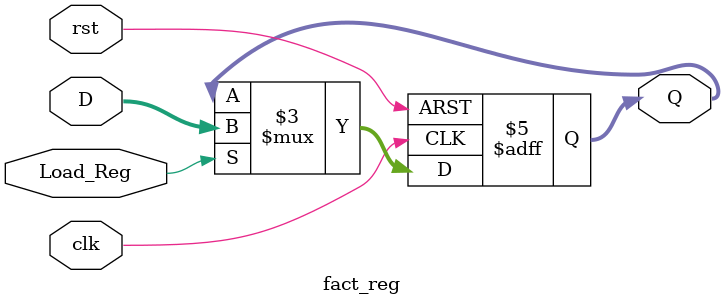
<source format=v>
`timescale 1ns / 1ps

module fact_reg #(parameter w = 32)(
    input wire clk, rst,
    input wire [w-1:0] D,
    input wire Load_Reg,
    output reg [w-1:0] Q
    );
    always @ (posedge clk, posedge rst)
    if (rst) Q <= 0 ;
    else if (Load_Reg) Q <= D;
    else Q <= Q;
endmodule

</source>
